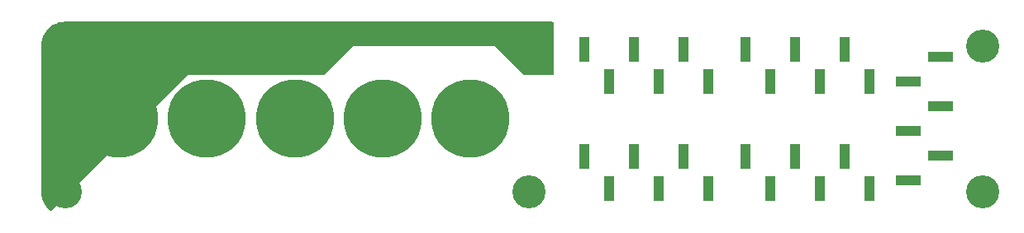
<source format=gbr>
%TF.GenerationSoftware,KiCad,Pcbnew,6.0.9+dfsg-1~bpo11+1*%
%TF.CreationDate,2022-11-11T14:52:19+01:00*%
%TF.ProjectId,014-base-power-board,3031342d-6261-4736-952d-706f7765722d,1*%
%TF.SameCoordinates,Original*%
%TF.FileFunction,Soldermask,Bot*%
%TF.FilePolarity,Negative*%
%FSLAX46Y46*%
G04 Gerber Fmt 4.6, Leading zero omitted, Abs format (unit mm)*
G04 Created by KiCad (PCBNEW 6.0.9+dfsg-1~bpo11+1) date 2022-11-11 14:52:19*
%MOMM*%
%LPD*%
G01*
G04 APERTURE LIST*
%ADD10C,8.000000*%
%ADD11R,1.000000X2.510000*%
%ADD12R,2.510000X1.000000*%
%ADD13C,3.400000*%
G04 APERTURE END LIST*
D10*
%TO.C,J1*%
X106500000Y-90500000D03*
%TD*%
%TO.C,J7*%
X133500000Y-90500000D03*
%TD*%
%TO.C,J3*%
X115500000Y-90500000D03*
%TD*%
%TO.C,J9*%
X142500000Y-90500000D03*
%TD*%
%TO.C,J5*%
X124500000Y-90500000D03*
%TD*%
D11*
%TO.C,J10*%
X170650000Y-94345000D03*
X173190000Y-97655000D03*
X175730000Y-94345000D03*
X178270000Y-97655000D03*
X180810000Y-94345000D03*
X183350000Y-97655000D03*
%TD*%
%TO.C,J8*%
X170650000Y-83345000D03*
X173190000Y-86655000D03*
X175730000Y-83345000D03*
X178270000Y-86655000D03*
X180810000Y-83345000D03*
X183350000Y-86655000D03*
%TD*%
%TO.C,J6*%
X154150000Y-83345000D03*
X156690000Y-86655000D03*
X159230000Y-83345000D03*
X161770000Y-86655000D03*
X164310000Y-83345000D03*
X166850000Y-86655000D03*
%TD*%
%TO.C,J4*%
X154150000Y-94345000D03*
X156690000Y-97655000D03*
X159230000Y-94345000D03*
X161770000Y-97655000D03*
X164310000Y-94345000D03*
X166850000Y-97655000D03*
%TD*%
D12*
%TO.C,J2*%
X190655000Y-84150000D03*
X187345000Y-86690000D03*
X190655000Y-89230000D03*
X187345000Y-91770000D03*
X190655000Y-94310000D03*
X187345000Y-96850000D03*
%TD*%
D13*
%TO.C,H4*%
X195000000Y-98000000D03*
%TD*%
%TO.C,H1*%
X101000000Y-83000000D03*
%TD*%
%TO.C,H3*%
X195000000Y-83000000D03*
%TD*%
%TO.C,H6*%
X101000000Y-98000000D03*
%TD*%
%TO.C,H2*%
X148500000Y-83000000D03*
%TD*%
%TO.C,H5*%
X148500000Y-98000000D03*
%TD*%
G36*
X150959191Y-80518907D02*
G01*
X150995155Y-80568407D01*
X151000000Y-80599000D01*
X151000000Y-85901000D01*
X150981093Y-85959191D01*
X150931593Y-85995155D01*
X150901000Y-86000000D01*
X148041008Y-86000000D01*
X147982817Y-85981093D01*
X147971004Y-85971004D01*
X145011086Y-83011086D01*
X144989328Y-83000000D01*
X130515680Y-83000000D01*
X130492453Y-83007547D01*
X127528996Y-85971004D01*
X127474479Y-85998781D01*
X127458992Y-86000000D01*
X113515680Y-86000000D01*
X113492453Y-86007547D01*
X99564184Y-99935816D01*
X99509667Y-99963593D01*
X99449235Y-99954022D01*
X99428905Y-99940244D01*
X99237112Y-99772045D01*
X99227955Y-99762888D01*
X99020896Y-99526783D01*
X99013013Y-99516510D01*
X98838541Y-99255395D01*
X98832066Y-99244180D01*
X98693172Y-98962531D01*
X98688216Y-98950567D01*
X98587271Y-98653194D01*
X98583919Y-98640685D01*
X98522653Y-98332677D01*
X98520963Y-98319838D01*
X98500212Y-98003234D01*
X98500000Y-97996759D01*
X98500000Y-83003241D01*
X98500212Y-82996766D01*
X98520963Y-82680162D01*
X98522653Y-82667323D01*
X98583919Y-82359315D01*
X98587271Y-82346806D01*
X98688216Y-82049433D01*
X98693172Y-82037469D01*
X98832066Y-81755820D01*
X98838541Y-81744605D01*
X99013013Y-81483490D01*
X99020896Y-81473217D01*
X99227955Y-81237112D01*
X99237112Y-81227955D01*
X99473217Y-81020896D01*
X99483490Y-81013013D01*
X99744605Y-80838541D01*
X99755820Y-80832066D01*
X100037469Y-80693172D01*
X100049433Y-80688216D01*
X100346806Y-80587271D01*
X100359315Y-80583919D01*
X100667323Y-80522653D01*
X100680162Y-80520963D01*
X100996766Y-80500212D01*
X101003241Y-80500000D01*
X150901000Y-80500000D01*
X150959191Y-80518907D01*
G37*
M02*

</source>
